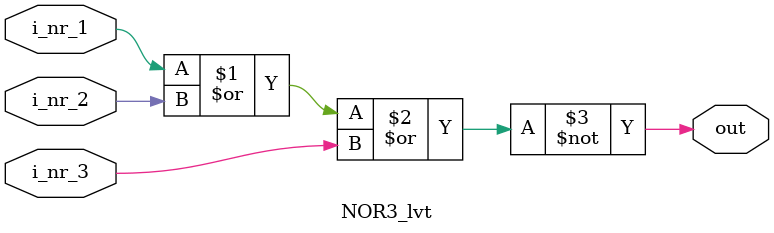
<source format=v>

`timescale 1ps / 100fs

module RO_nor4_lvt_65(
input wire i_Enable,
input wire i_Sel,
output wire o_RO_out
);

/////////////////// Define wires between nand gates ///////////////////
wire [125:0] w_nr_Conn;

assign #110 o_RO_out = ~(w_nr_Conn[125] & w_nr_Conn[125] & i_Sel & i_Enable);

NOR3_lvt U1(
.i_nr_1(o_RO_out),
.i_nr_2(o_RO_out),
.i_nr_3(o_RO_out),
.out(w_nr_Conn[0])
);

NOR3_lvt U2(
.i_nr_1(w_nr_Conn[0]),
.i_nr_2(w_nr_Conn[0]),
.i_nr_3(w_nr_Conn[0]),
.out(w_nr_Conn[1])
);

NOR3_lvt U3(
.i_nr_1(w_nr_Conn[1]),
.i_nr_2(w_nr_Conn[1]),
.i_nr_3(w_nr_Conn[1]),
.out(w_nr_Conn[2])
);

NOR3_lvt U4(
.i_nr_1(w_nr_Conn[2]),
.i_nr_2(w_nr_Conn[2]),
.i_nr_3(w_nr_Conn[2]),
.out(w_nr_Conn[3])
);

NOR3_lvt U5(
.i_nr_1(w_nr_Conn[3]),
.i_nr_2(w_nr_Conn[3]),
.i_nr_3(w_nr_Conn[3]),
.out(w_nr_Conn[4])
);

NOR3_lvt U6(
.i_nr_1(w_nr_Conn[4]),
.i_nr_2(w_nr_Conn[4]),
.i_nr_3(w_nr_Conn[4]),
.out(w_nr_Conn[5])
);

NOR3_lvt U7(
.i_nr_1(w_nr_Conn[5]),
.i_nr_2(w_nr_Conn[5]),
.i_nr_3(w_nr_Conn[5]),
.out(w_nr_Conn[6])
);

NOR3_lvt U8(
.i_nr_1(w_nr_Conn[6]),
.i_nr_2(w_nr_Conn[6]),
.i_nr_3(w_nr_Conn[6]),
.out(w_nr_Conn[7])
);

NOR3_lvt U9(
.i_nr_1(w_nr_Conn[7]),
.i_nr_2(w_nr_Conn[7]),
.i_nr_3(w_nr_Conn[7]),
.out(w_nr_Conn[8])
);

NOR3_lvt U10(
.i_nr_1(w_nr_Conn[8]),
.i_nr_2(w_nr_Conn[8]),
.i_nr_3(w_nr_Conn[8]),
.out(w_nr_Conn[9])
);

NOR3_lvt U11(
.i_nr_1(w_nr_Conn[9]),
.i_nr_2(w_nr_Conn[9]),
.i_nr_3(w_nr_Conn[9]),
.out(w_nr_Conn[10])
);

NOR3_lvt U12(
.i_nr_1(w_nr_Conn[10]),
.i_nr_2(w_nr_Conn[10]),
.i_nr_3(w_nr_Conn[10]),
.out(w_nr_Conn[11])
);

NOR3_lvt U13(
.i_nr_1(w_nr_Conn[11]),
.i_nr_2(w_nr_Conn[11]),
.i_nr_3(w_nr_Conn[11]),
.out(w_nr_Conn[12])
);

NOR3_lvt U14(
.i_nr_1(w_nr_Conn[12]),
.i_nr_2(w_nr_Conn[12]),
.i_nr_3(w_nr_Conn[12]),
.out(w_nr_Conn[13])
);

NOR3_lvt U15(
.i_nr_1(w_nr_Conn[13]),
.i_nr_2(w_nr_Conn[13]),
.i_nr_3(w_nr_Conn[13]),
.out(w_nr_Conn[14])
);

NOR3_lvt U16(
.i_nr_1(w_nr_Conn[14]),
.i_nr_2(w_nr_Conn[14]),
.i_nr_3(w_nr_Conn[14]),
.out(w_nr_Conn[15])
);

NOR3_lvt U17(
.i_nr_1(w_nr_Conn[15]),
.i_nr_2(w_nr_Conn[15]),
.i_nr_3(w_nr_Conn[15]),
.out(w_nr_Conn[16])
);

NOR3_lvt U18(
.i_nr_1(w_nr_Conn[16]),
.i_nr_2(w_nr_Conn[16]),
.i_nr_3(w_nr_Conn[16]),
.out(w_nr_Conn[17])
);

NOR3_lvt U19(
.i_nr_1(w_nr_Conn[17]),
.i_nr_2(w_nr_Conn[17]),
.i_nr_3(w_nr_Conn[17]),
.out(w_nr_Conn[18])
);

NOR3_lvt U20(
.i_nr_1(w_nr_Conn[18]),
.i_nr_2(w_nr_Conn[18]),
.i_nr_3(w_nr_Conn[18]),
.out(w_nr_Conn[19])
);

NOR3_lvt U21(
.i_nr_1(w_nr_Conn[19]),
.i_nr_2(w_nr_Conn[19]),
.i_nr_3(w_nr_Conn[19]),
.out(w_nr_Conn[20])
);

NOR3_lvt U22(
.i_nr_1(w_nr_Conn[20]),
.i_nr_2(w_nr_Conn[20]),
.i_nr_3(w_nr_Conn[20]),
.out(w_nr_Conn[21])
);

NOR3_lvt U23(
.i_nr_1(w_nr_Conn[21]),
.i_nr_2(w_nr_Conn[21]),
.i_nr_3(w_nr_Conn[21]),
.out(w_nr_Conn[22])
);

NOR3_lvt U24(
.i_nr_1(w_nr_Conn[22]),
.i_nr_2(w_nr_Conn[22]),
.i_nr_3(w_nr_Conn[22]),
.out(w_nr_Conn[23])
);

NOR3_lvt U25(
.i_nr_1(w_nr_Conn[23]),
.i_nr_2(w_nr_Conn[23]),
.i_nr_3(w_nr_Conn[23]),
.out(w_nr_Conn[24])
);

NOR3_lvt U26(
.i_nr_1(w_nr_Conn[24]),
.i_nr_2(w_nr_Conn[24]),
.i_nr_3(w_nr_Conn[24]),
.out(w_nr_Conn[25])
);

NOR3_lvt U27(
.i_nr_1(w_nr_Conn[25]),
.i_nr_2(w_nr_Conn[25]),
.i_nr_3(w_nr_Conn[25]),
.out(w_nr_Conn[26])
);

NOR3_lvt U28(
.i_nr_1(w_nr_Conn[26]),
.i_nr_2(w_nr_Conn[26]),
.i_nr_3(w_nr_Conn[26]),
.out(w_nr_Conn[27])
);

NOR3_lvt U29(
.i_nr_1(w_nr_Conn[27]),
.i_nr_2(w_nr_Conn[27]),
.i_nr_3(w_nr_Conn[27]),
.out(w_nr_Conn[28])
);

NOR3_lvt U30(
.i_nr_1(w_nr_Conn[28]),
.i_nr_2(w_nr_Conn[28]),
.i_nr_3(w_nr_Conn[28]),
.out(w_nr_Conn[29])
);

NOR3_lvt U31(
.i_nr_1(w_nr_Conn[29]),
.i_nr_2(w_nr_Conn[29]),
.i_nr_3(w_nr_Conn[29]),
.out(w_nr_Conn[30])
);

NOR3_lvt U32(
.i_nr_1(w_nr_Conn[30]),
.i_nr_2(w_nr_Conn[30]),
.i_nr_3(w_nr_Conn[30]),
.out(w_nr_Conn[31])
);

NOR3_lvt U33(
.i_nr_1(w_nr_Conn[31]),
.i_nr_2(w_nr_Conn[31]),
.i_nr_3(w_nr_Conn[31]),
.out(w_nr_Conn[32])
);

NOR3_lvt U34(
.i_nr_1(w_nr_Conn[32]),
.i_nr_2(w_nr_Conn[32]),
.i_nr_3(w_nr_Conn[32]),
.out(w_nr_Conn[33])
);

NOR3_lvt U35(
.i_nr_1(w_nr_Conn[33]),
.i_nr_2(w_nr_Conn[33]),
.i_nr_3(w_nr_Conn[33]),
.out(w_nr_Conn[34])
);

NOR3_lvt U36(
.i_nr_1(w_nr_Conn[34]),
.i_nr_2(w_nr_Conn[34]),
.i_nr_3(w_nr_Conn[34]),
.out(w_nr_Conn[35])
);

NOR3_lvt U37(
.i_nr_1(w_nr_Conn[35]),
.i_nr_2(w_nr_Conn[35]),
.i_nr_3(w_nr_Conn[35]),
.out(w_nr_Conn[36])
);

NOR3_lvt U38(
.i_nr_1(w_nr_Conn[36]),
.i_nr_2(w_nr_Conn[36]),
.i_nr_3(w_nr_Conn[36]),
.out(w_nr_Conn[37])
);

NOR3_lvt U39(
.i_nr_1(w_nr_Conn[37]),
.i_nr_2(w_nr_Conn[37]),
.i_nr_3(w_nr_Conn[37]),
.out(w_nr_Conn[38])
);

NOR3_lvt U40(
.i_nr_1(w_nr_Conn[38]),
.i_nr_2(w_nr_Conn[38]),
.i_nr_3(w_nr_Conn[38]),
.out(w_nr_Conn[39])
);

NOR3_lvt U41(
.i_nr_1(w_nr_Conn[39]),
.i_nr_2(w_nr_Conn[39]),
.i_nr_3(w_nr_Conn[39]),
.out(w_nr_Conn[40])
);

NOR3_lvt U42(
.i_nr_1(w_nr_Conn[40]),
.i_nr_2(w_nr_Conn[40]),
.i_nr_3(w_nr_Conn[40]),
.out(w_nr_Conn[41])
);

NOR3_lvt U43(
.i_nr_1(w_nr_Conn[41]),
.i_nr_2(w_nr_Conn[41]),
.i_nr_3(w_nr_Conn[41]),
.out(w_nr_Conn[42])
);

NOR3_lvt U44(
.i_nr_1(w_nr_Conn[42]),
.i_nr_2(w_nr_Conn[42]),
.i_nr_3(w_nr_Conn[42]),
.out(w_nr_Conn[43])
);

NOR3_lvt U45(
.i_nr_1(w_nr_Conn[43]),
.i_nr_2(w_nr_Conn[43]),
.i_nr_3(w_nr_Conn[43]),
.out(w_nr_Conn[44])
);

NOR3_lvt U46(
.i_nr_1(w_nr_Conn[44]),
.i_nr_2(w_nr_Conn[44]),
.i_nr_3(w_nr_Conn[44]),
.out(w_nr_Conn[45])
);

NOR3_lvt U47(
.i_nr_1(w_nr_Conn[45]),
.i_nr_2(w_nr_Conn[45]),
.i_nr_3(w_nr_Conn[45]),
.out(w_nr_Conn[46])
);

NOR3_lvt U48(
.i_nr_1(w_nr_Conn[46]),
.i_nr_2(w_nr_Conn[46]),
.i_nr_3(w_nr_Conn[46]),
.out(w_nr_Conn[47])
);

NOR3_lvt U49(
.i_nr_1(w_nr_Conn[47]),
.i_nr_2(w_nr_Conn[47]),
.i_nr_3(w_nr_Conn[47]),
.out(w_nr_Conn[48])
);

NOR3_lvt U50(
.i_nr_1(w_nr_Conn[48]),
.i_nr_2(w_nr_Conn[48]),
.i_nr_3(w_nr_Conn[48]),
.out(w_nr_Conn[49])
);

NOR3_lvt U51(
.i_nr_1(w_nr_Conn[49]),
.i_nr_2(w_nr_Conn[49]),
.i_nr_3(w_nr_Conn[49]),
.out(w_nr_Conn[50])
);

NOR3_lvt U52(
.i_nr_1(w_nr_Conn[50]),
.i_nr_2(w_nr_Conn[50]),
.i_nr_3(w_nr_Conn[50]),
.out(w_nr_Conn[51])
);

NOR3_lvt U53(
.i_nr_1(w_nr_Conn[51]),
.i_nr_2(w_nr_Conn[51]),
.i_nr_3(w_nr_Conn[51]),
.out(w_nr_Conn[52])
);

NOR3_lvt U54(
.i_nr_1(w_nr_Conn[52]),
.i_nr_2(w_nr_Conn[52]),
.i_nr_3(w_nr_Conn[52]),
.out(w_nr_Conn[53])
);

NOR3_lvt U55(
.i_nr_1(w_nr_Conn[53]),
.i_nr_2(w_nr_Conn[53]),
.i_nr_3(w_nr_Conn[53]),
.out(w_nr_Conn[54])
);

NOR3_lvt U56(
.i_nr_1(w_nr_Conn[54]),
.i_nr_2(w_nr_Conn[54]),
.i_nr_3(w_nr_Conn[54]),
.out(w_nr_Conn[55])
);

NOR3_lvt U57(
.i_nr_1(w_nr_Conn[55]),
.i_nr_2(w_nr_Conn[55]),
.i_nr_3(w_nr_Conn[55]),
.out(w_nr_Conn[56])
);

NOR3_lvt U58(
.i_nr_1(w_nr_Conn[56]),
.i_nr_2(w_nr_Conn[56]),
.i_nr_3(w_nr_Conn[56]),
.out(w_nr_Conn[57])
);

NOR3_lvt U59(
.i_nr_1(w_nr_Conn[57]),
.i_nr_2(w_nr_Conn[57]),
.i_nr_3(w_nr_Conn[57]),
.out(w_nr_Conn[58])
);

NOR3_lvt U60(
.i_nr_1(w_nr_Conn[58]),
.i_nr_2(w_nr_Conn[58]),
.i_nr_3(w_nr_Conn[58]),
.out(w_nr_Conn[59])
);

NOR3_lvt U61(
.i_nr_1(w_nr_Conn[59]),
.i_nr_2(w_nr_Conn[59]),
.i_nr_3(w_nr_Conn[59]),
.out(w_nr_Conn[60])
);

NOR3_lvt U62(
.i_nr_1(w_nr_Conn[60]),
.i_nr_2(w_nr_Conn[60]),
.i_nr_3(w_nr_Conn[60]),
.out(w_nr_Conn[61])
);

NOR3_lvt U63(
.i_nr_1(w_nr_Conn[61]),
.i_nr_2(w_nr_Conn[61]),
.i_nr_3(w_nr_Conn[61]),
.out(w_nr_Conn[62])
);

NOR3_lvt U64(
.i_nr_1(w_nr_Conn[62]),
.i_nr_2(w_nr_Conn[62]),
.i_nr_3(w_nr_Conn[62]),
.out(w_nr_Conn[63])
);

NOR3_lvt U65(
.i_nr_1(w_nr_Conn[63]),
.i_nr_2(w_nr_Conn[63]),
.i_nr_3(w_nr_Conn[63]),
.out(w_nr_Conn[64])
);

NOR3_lvt U66(
.i_nr_1(w_nr_Conn[64]),
.i_nr_2(w_nr_Conn[64]),
.i_nr_3(w_nr_Conn[64]),
.out(w_nr_Conn[65])
);

NOR3_lvt U67(
.i_nr_1(w_nr_Conn[65]),
.i_nr_2(w_nr_Conn[65]),
.i_nr_3(w_nr_Conn[65]),
.out(w_nr_Conn[66])
);

NOR3_lvt U68(
.i_nr_1(w_nr_Conn[66]),
.i_nr_2(w_nr_Conn[66]),
.i_nr_3(w_nr_Conn[66]),
.out(w_nr_Conn[67])
);

NOR3_lvt U69(
.i_nr_1(w_nr_Conn[67]),
.i_nr_2(w_nr_Conn[67]),
.i_nr_3(w_nr_Conn[67]),
.out(w_nr_Conn[68])
);

NOR3_lvt U70(
.i_nr_1(w_nr_Conn[68]),
.i_nr_2(w_nr_Conn[68]),
.i_nr_3(w_nr_Conn[68]),
.out(w_nr_Conn[69])
);

NOR3_lvt U71(
.i_nr_1(w_nr_Conn[69]),
.i_nr_2(w_nr_Conn[69]),
.i_nr_3(w_nr_Conn[69]),
.out(w_nr_Conn[70])
);

NOR3_lvt U72(
.i_nr_1(w_nr_Conn[70]),
.i_nr_2(w_nr_Conn[70]),
.i_nr_3(w_nr_Conn[70]),
.out(w_nr_Conn[71])
);

NOR3_lvt U73(
.i_nr_1(w_nr_Conn[71]),
.i_nr_2(w_nr_Conn[71]),
.i_nr_3(w_nr_Conn[71]),
.out(w_nr_Conn[72])
);

NOR3_lvt U74(
.i_nr_1(w_nr_Conn[72]),
.i_nr_2(w_nr_Conn[72]),
.i_nr_3(w_nr_Conn[72]),
.out(w_nr_Conn[73])
);

NOR3_lvt U75(
.i_nr_1(w_nr_Conn[73]),
.i_nr_2(w_nr_Conn[73]),
.i_nr_3(w_nr_Conn[73]),
.out(w_nr_Conn[74])
);

NOR3_lvt U76(
.i_nr_1(w_nr_Conn[74]),
.i_nr_2(w_nr_Conn[74]),
.i_nr_3(w_nr_Conn[74]),
.out(w_nr_Conn[75])
);

NOR3_lvt U77(
.i_nr_1(w_nr_Conn[75]),
.i_nr_2(w_nr_Conn[75]),
.i_nr_3(w_nr_Conn[75]),
.out(w_nr_Conn[76])
);

NOR3_lvt U78(
.i_nr_1(w_nr_Conn[76]),
.i_nr_2(w_nr_Conn[76]),
.i_nr_3(w_nr_Conn[76]),
.out(w_nr_Conn[77])
);

NOR3_lvt U79(
.i_nr_1(w_nr_Conn[77]),
.i_nr_2(w_nr_Conn[77]),
.i_nr_3(w_nr_Conn[77]),
.out(w_nr_Conn[78])
);

NOR3_lvt U80(
.i_nr_1(w_nr_Conn[78]),
.i_nr_2(w_nr_Conn[78]),
.i_nr_3(w_nr_Conn[78]),
.out(w_nr_Conn[79])
);

NOR3_lvt U81(
.i_nr_1(w_nr_Conn[79]),
.i_nr_2(w_nr_Conn[79]),
.i_nr_3(w_nr_Conn[79]),
.out(w_nr_Conn[80])
);

NOR3_lvt U82(
.i_nr_1(w_nr_Conn[80]),
.i_nr_2(w_nr_Conn[80]),
.i_nr_3(w_nr_Conn[80]),
.out(w_nr_Conn[81])
);

NOR3_lvt U83(
.i_nr_1(w_nr_Conn[81]),
.i_nr_2(w_nr_Conn[81]),
.i_nr_3(w_nr_Conn[81]),
.out(w_nr_Conn[82])
);

NOR3_lvt U84(
.i_nr_1(w_nr_Conn[82]),
.i_nr_2(w_nr_Conn[82]),
.i_nr_3(w_nr_Conn[82]),
.out(w_nr_Conn[83])
);

NOR3_lvt U85(
.i_nr_1(w_nr_Conn[83]),
.i_nr_2(w_nr_Conn[83]),
.i_nr_3(w_nr_Conn[83]),
.out(w_nr_Conn[84])
);

NOR3_lvt U86(
.i_nr_1(w_nr_Conn[84]),
.i_nr_2(w_nr_Conn[84]),
.i_nr_3(w_nr_Conn[84]),
.out(w_nr_Conn[85])
);

NOR3_lvt U87(
.i_nr_1(w_nr_Conn[85]),
.i_nr_2(w_nr_Conn[85]),
.i_nr_3(w_nr_Conn[85]),
.out(w_nr_Conn[86])
);

NOR3_lvt U88(
.i_nr_1(w_nr_Conn[86]),
.i_nr_2(w_nr_Conn[86]),
.i_nr_3(w_nr_Conn[86]),
.out(w_nr_Conn[87])
);

NOR3_lvt U89(
.i_nr_1(w_nr_Conn[87]),
.i_nr_2(w_nr_Conn[87]),
.i_nr_3(w_nr_Conn[87]),
.out(w_nr_Conn[88])
);

NOR3_lvt U90(
.i_nr_1(w_nr_Conn[88]),
.i_nr_2(w_nr_Conn[88]),
.i_nr_3(w_nr_Conn[88]),
.out(w_nr_Conn[89])
);

NOR3_lvt U91(
.i_nr_1(w_nr_Conn[89]),
.i_nr_2(w_nr_Conn[89]),
.i_nr_3(w_nr_Conn[89]),
.out(w_nr_Conn[90])
);

NOR3_lvt U92(
.i_nr_1(w_nr_Conn[90]),
.i_nr_2(w_nr_Conn[90]),
.i_nr_3(w_nr_Conn[90]),
.out(w_nr_Conn[91])
);

NOR3_lvt U93(
.i_nr_1(w_nr_Conn[91]),
.i_nr_2(w_nr_Conn[91]),
.i_nr_3(w_nr_Conn[91]),
.out(w_nr_Conn[92])
);

NOR3_lvt U94(
.i_nr_1(w_nr_Conn[92]),
.i_nr_2(w_nr_Conn[92]),
.i_nr_3(w_nr_Conn[92]),
.out(w_nr_Conn[93])
);

NOR3_lvt U95(
.i_nr_1(w_nr_Conn[93]),
.i_nr_2(w_nr_Conn[93]),
.i_nr_3(w_nr_Conn[93]),
.out(w_nr_Conn[94])
);

NOR3_lvt U96(
.i_nr_1(w_nr_Conn[94]),
.i_nr_2(w_nr_Conn[94]),
.i_nr_3(w_nr_Conn[94]),
.out(w_nr_Conn[95])
);

NOR3_lvt U97(
.i_nr_1(w_nr_Conn[95]),
.i_nr_2(w_nr_Conn[95]),
.i_nr_3(w_nr_Conn[95]),
.out(w_nr_Conn[96])
);

NOR3_lvt U98(
.i_nr_1(w_nr_Conn[96]),
.i_nr_2(w_nr_Conn[96]),
.i_nr_3(w_nr_Conn[96]),
.out(w_nr_Conn[97])
);

NOR3_lvt U99(
.i_nr_1(w_nr_Conn[97]),
.i_nr_2(w_nr_Conn[97]),
.i_nr_3(w_nr_Conn[97]),
.out(w_nr_Conn[98])
);

NOR3_lvt U100(
.i_nr_1(w_nr_Conn[98]),
.i_nr_2(w_nr_Conn[98]),
.i_nr_3(w_nr_Conn[98]),
.out(w_nr_Conn[99])
);

NOR3_lvt U101(
.i_nr_1(w_nr_Conn[99]),
.i_nr_2(w_nr_Conn[99]),
.i_nr_3(w_nr_Conn[99]),
.out(w_nr_Conn[100])
);

NOR3_lvt U102(
.i_nr_1(w_nr_Conn[100]),
.i_nr_2(w_nr_Conn[100]),
.i_nr_3(w_nr_Conn[100]),
.out(w_nr_Conn[101])
);

NOR3_lvt U103(
.i_nr_1(w_nr_Conn[101]),
.i_nr_2(w_nr_Conn[101]),
.i_nr_3(w_nr_Conn[101]),
.out(w_nr_Conn[102])
);

NOR3_lvt U104(
.i_nr_1(w_nr_Conn[102]),
.i_nr_2(w_nr_Conn[102]),
.i_nr_3(w_nr_Conn[102]),
.out(w_nr_Conn[103])
);

NOR3_lvt U105(
.i_nr_1(w_nr_Conn[103]),
.i_nr_2(w_nr_Conn[103]),
.i_nr_3(w_nr_Conn[103]),
.out(w_nr_Conn[104])
);

NOR3_lvt U106(
.i_nr_1(w_nr_Conn[104]),
.i_nr_2(w_nr_Conn[104]),
.i_nr_3(w_nr_Conn[104]),
.out(w_nr_Conn[105])
);

NOR3_lvt U107(
.i_nr_1(w_nr_Conn[105]),
.i_nr_2(w_nr_Conn[105]),
.i_nr_3(w_nr_Conn[105]),
.out(w_nr_Conn[106])
);

NOR3_lvt U108(
.i_nr_1(w_nr_Conn[106]),
.i_nr_2(w_nr_Conn[106]),
.i_nr_3(w_nr_Conn[106]),
.out(w_nr_Conn[107])
);

NOR3_lvt U109(
.i_nr_1(w_nr_Conn[107]),
.i_nr_2(w_nr_Conn[107]),
.i_nr_3(w_nr_Conn[107]),
.out(w_nr_Conn[108])
);

NOR3_lvt U110(
.i_nr_1(w_nr_Conn[108]),
.i_nr_2(w_nr_Conn[108]),
.i_nr_3(w_nr_Conn[108]),
.out(w_nr_Conn[109])
);

NOR3_lvt U111(
.i_nr_1(w_nr_Conn[109]),
.i_nr_2(w_nr_Conn[109]),
.i_nr_3(w_nr_Conn[109]),
.out(w_nr_Conn[110])
);

NOR3_lvt U112(
.i_nr_1(w_nr_Conn[110]),
.i_nr_2(w_nr_Conn[110]),
.i_nr_3(w_nr_Conn[110]),
.out(w_nr_Conn[111])
);

NOR3_lvt U113(
.i_nr_1(w_nr_Conn[111]),
.i_nr_2(w_nr_Conn[111]),
.i_nr_3(w_nr_Conn[111]),
.out(w_nr_Conn[112])
);

NOR3_lvt U114(
.i_nr_1(w_nr_Conn[112]),
.i_nr_2(w_nr_Conn[112]),
.i_nr_3(w_nr_Conn[112]),
.out(w_nr_Conn[113])
);

NOR3_lvt U115(
.i_nr_1(w_nr_Conn[113]),
.i_nr_2(w_nr_Conn[113]),
.i_nr_3(w_nr_Conn[113]),
.out(w_nr_Conn[114])
);

NOR3_lvt U116(
.i_nr_1(w_nr_Conn[114]),
.i_nr_2(w_nr_Conn[114]),
.i_nr_3(w_nr_Conn[114]),
.out(w_nr_Conn[115])
);

NOR3_lvt U117(
.i_nr_1(w_nr_Conn[115]),
.i_nr_2(w_nr_Conn[115]),
.i_nr_3(w_nr_Conn[115]),
.out(w_nr_Conn[116])
);

NOR3_lvt U118(
.i_nr_1(w_nr_Conn[116]),
.i_nr_2(w_nr_Conn[116]),
.i_nr_3(w_nr_Conn[116]),
.out(w_nr_Conn[117])
);

NOR3_lvt U119(
.i_nr_1(w_nr_Conn[117]),
.i_nr_2(w_nr_Conn[117]),
.i_nr_3(w_nr_Conn[117]),
.out(w_nr_Conn[118])
);

NOR3_lvt U120(
.i_nr_1(w_nr_Conn[118]),
.i_nr_2(w_nr_Conn[118]),
.i_nr_3(w_nr_Conn[118]),
.out(w_nr_Conn[119])
);

NOR3_lvt U121(
.i_nr_1(w_nr_Conn[119]),
.i_nr_2(w_nr_Conn[119]),
.i_nr_3(w_nr_Conn[119]),
.out(w_nr_Conn[120])
);

NOR3_lvt U122(
.i_nr_1(w_nr_Conn[120]),
.i_nr_2(w_nr_Conn[120]),
.i_nr_3(w_nr_Conn[120]),
.out(w_nr_Conn[121])
);

NOR3_lvt U123(
.i_nr_1(w_nr_Conn[121]),
.i_nr_2(w_nr_Conn[121]),
.i_nr_3(w_nr_Conn[121]),
.out(w_nr_Conn[122])
);

NOR3_lvt U124(
.i_nr_1(w_nr_Conn[122]),
.i_nr_2(w_nr_Conn[122]),
.i_nr_3(w_nr_Conn[122]),
.out(w_nr_Conn[123])
);

NOR3_lvt U125(
.i_nr_1(w_nr_Conn[123]),
.i_nr_2(w_nr_Conn[123]),
.i_nr_3(w_nr_Conn[123]),
.out(w_nr_Conn[124])
);

NOR3_lvt U126(
.i_nr_1(w_nr_Conn[124]),
.i_nr_2(w_nr_Conn[124]),
.i_nr_3(w_nr_Conn[124]),
.out(w_nr_Conn[125])
);

endmodule

module NOR3_lvt(
input wire i_nr_1,
input wire i_nr_2,
input wire i_nr_3,
output wire out);

assign #110 out = ~(i_nr_1 | i_nr_2 | i_nr_3);

endmodule 


</source>
